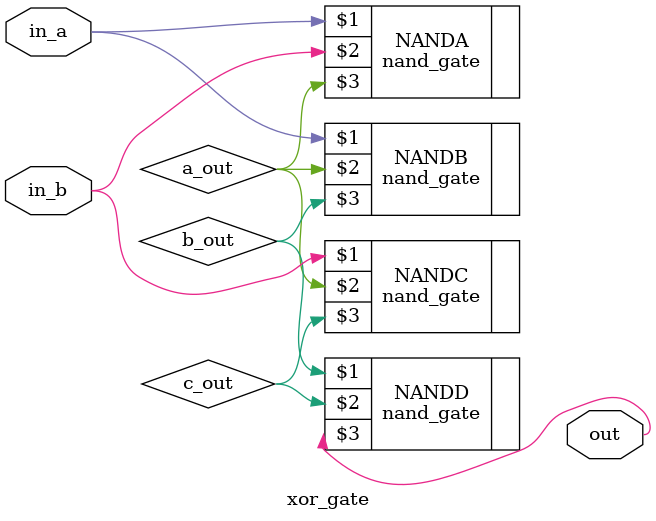
<source format=v>
module xor_gate (input in_a,
                 input in_b,
                 output out);
    wire a_out, b_out, c_out;
    nand_gate NANDA (in_a, in_b, a_out);
    nand_gate NANDB (in_a, a_out, b_out);
    nand_gate NANDC (in_b, a_out, c_out);
    nand_gate NANDD (b_out, c_out, out);
endmodule

</source>
